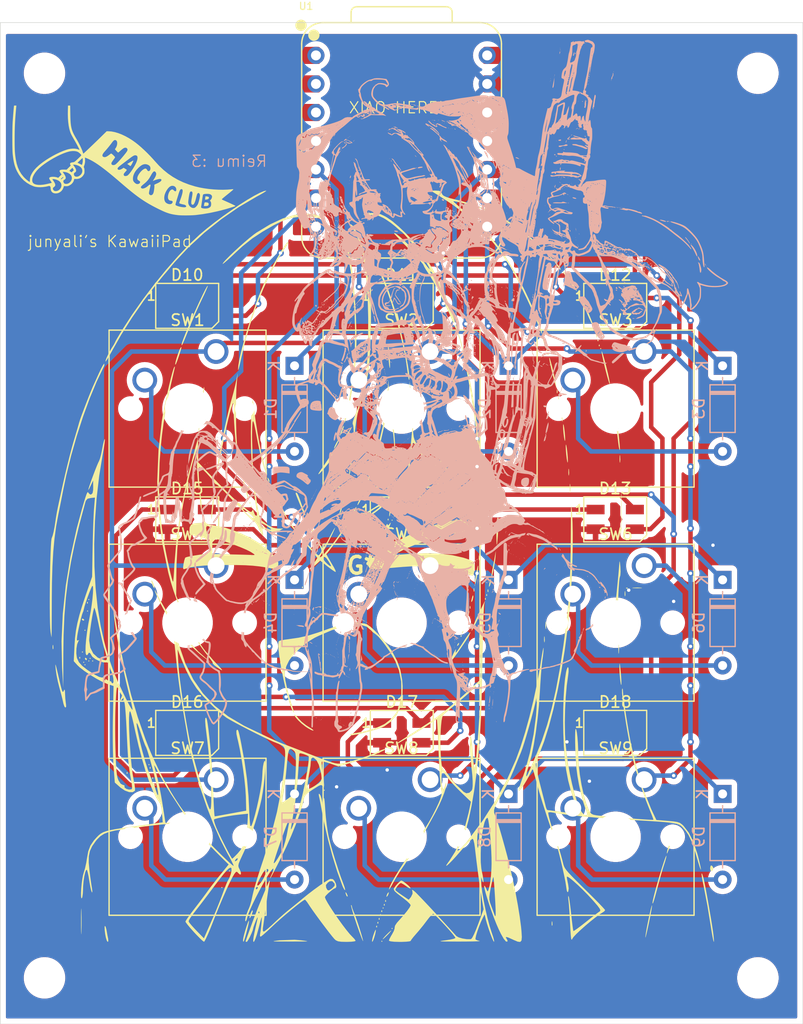
<source format=kicad_pcb>
(kicad_pcb (version 20240108) (generator "pcbnew") (generator_version "8.0")
  (title_block (title "KawaiiPad"))
  (layers (0 "F.Cu" signal) (31 "B.Cu" signal) (34 "B.Paste" user) (35 "F.Paste" user) (36 "B.SilkS" user "B.Silkscreen") (37 "F.SilkS" user "F.Silkscreen") (38 "B.Mask" user) (39 "F.Mask" user) (44 "Edge.Cuts" user))
  (net 0 "")
  (net 1 "Net-(D1-A)")
  (net 2 "Row 0")
  (net 3 "Net-(D2-A)")
  (net 4 "Net-(D3-A)")
  (net 5 "Net-(D4-A)")
  (net 6 "Row 1")
  (net 7 "Net-(D5-A)")
  (net 8 "Net-(D6-A)")
  (net 9 "Net-(D7-A)")
  (net 10 "Row 2")
  (net 11 "Net-(D8-A)")
  (net 12 "Net-(D9-A)")
  (net 13 "+5V")
  (net 14 "GND")
  (net 15 "LED")
  (net 16 "Net-(D10-DOUT)")
  (net 17 "Net-(D11-DOUT)")
  (net 18 "Net-(D12-DOUT)")
  (net 19 "Net-(D13-DOUT)")
  (net 20 "Net-(D15-DOUT)")
  (net 21 "Column 0")
  (net 22 "Column 1")
  (net 23 "Column 2")
  (net 34 "Net-(D14-DOUT)")
  (net 35 "Net-(D16-DOUT)")
  (net 36 "Net-(D17-DOUT)")
  (footprint "Button_Switch_Keyboard:SW_Cherry_MX_1.00u_PCB" (layer "F.Cu") (at 138.27125 116.36375)
    (property "Reference" "SW7" (at -2.54 -2.794 0) (layer "F.SilkS"))
    (property "Value" "SW_Push_45deg")
    (pad "" np_thru_hole circle (at -7.62 5.08) (size 1.7 1.7) (drill 1.7) (layers "*.Cu" "*.Mask"))
    (pad "" np_thru_hole circle (at -2.54 5.08) (size 4 4) (drill 4) (layers "*.Cu" "*.Mask"))
    (pad "" np_thru_hole circle (at 2.54 5.08) (size 1.7 1.7) (drill 1.7) (layers "*.Cu" "*.Mask"))
    (pad "1" thru_hole circle (at 0 0) (size 2.2 2.2) (drill 1.5) (layers "*.Cu" "*.Mask") (net 21 "Column 0"))
    (pad "2" thru_hole circle (at -6.35 2.54) (size 2.2 2.2) (drill 1.5) (layers "*.Cu" "*.Mask") (net 9 "Net-(D7-A)"))
  )
  (footprint "LED_SMD:LED_SK6812MINI_PLCC4_3.5x3.5mm_P1.75mm" (layer "F.Cu") (at 173.8 93.2)
    (property "Reference" "D13" (at 0 -2.75 0) (layer "F.SilkS"))
    (property "Value" "SK6812MINI")
    (fp_text user "1" (at -3.2 -0.875 0) (layer "F.SilkS") (effects (font (size 0.8 0.8))))
    (pad "1" smd rect (at -1.75 -0.875) (size 1.6 0.85) (layers "F.Cu" "F.Paste" "F.Mask") (net 19 "Net-(D13-DOUT)"))
    (pad "2" smd rect (at -1.75 0.875) (size 1.6 0.85) (layers "F.Cu" "F.Paste" "F.Mask") (net 14 "GND"))
    (pad "3" smd rect (at 1.75 0.875) (size 1.6 0.85) (layers "F.Cu" "F.Paste" "F.Mask") (net 18 "Net-(D12-DOUT)"))
    (pad "4" smd rect (at 1.75 -0.875) (size 1.6 0.85) (layers "F.Cu" "F.Paste" "F.Mask") (net 13 "+5V"))
  )
  (footprint "OPL:XIAO-RP2040-DIP" (layer "F.Cu") (at 154.78125 59.53125)
    (property "Reference" "U1" (at -8.5 -12 0) (layer "F.SilkS") (effects (font (size 0.635 0.635) (thickness 0.1016))))
    (property "Value" "XIAO-RP2040-DIP")
    (pad "1" smd roundrect (at -8.455 -7.62 180) (size 2.432 1.524) (layers "F.Cu" "F.Mask") (roundrect_rratio 0.1))
    (pad "1" thru_hole circle (at -7.62 -7.62 180) (size 1.524 1.524) (drill 0.889) (layers "*.Cu" "*.Mask"))
    (pad "2" smd roundrect (at -8.455 -5.08 180) (size 2.432 1.524) (layers "F.Cu" "F.Mask") (roundrect_rratio 0.1))
    (pad "2" thru_hole circle (at -7.62 -5.08 180) (size 1.524 1.524) (drill 0.889) (layers "*.Cu" "*.Mask"))
    (pad "3" smd roundrect (at -8.455 -2.54 180) (size 2.432 1.524) (layers "F.Cu" "F.Mask") (roundrect_rratio 0.1))
    (pad "3" thru_hole circle (at -7.62 -2.54 180) (size 1.524 1.524) (drill 0.889) (layers "*.Cu" "*.Mask"))
    (pad "4" smd roundrect (at -8.455 0 180) (size 2.432 1.524) (layers "F.Cu" "F.Mask") (roundrect_rratio 0.1) (net 15 "LED"))
    (pad "4" thru_hole circle (at -7.62 0 180) (size 1.524 1.524) (drill 0.889) (layers "*.Cu" "*.Mask") (net 15 "LED"))
    (pad "5" smd roundrect (at -8.455 2.54 180) (size 2.432 1.524) (layers "F.Cu" "F.Mask") (roundrect_rratio 0.1) (net 2 "Row 0"))
    (pad "5" thru_hole circle (at -7.62 2.54 180) (size 1.524 1.524) (drill 0.889) (layers "*.Cu" "*.Mask") (net 2 "Row 0"))
    (pad "6" smd roundrect (at -8.455 5.08 180) (size 2.432 1.524) (layers "F.Cu" "F.Mask") (roundrect_rratio 0.1) (net 6 "Row 1"))
    (pad "6" thru_hole circle (at -7.62 5.08 180) (size 1.524 1.524) (drill 0.889) (layers "*.Cu" "*.Mask") (net 6 "Row 1"))
    (pad "7" smd roundrect (at -8.455 7.62 180) (size 2.432 1.524) (layers "F.Cu" "F.Mask") (roundrect_rratio 0.1) (net 10 "Row 2"))
    (pad "7" thru_hole circle (at -7.62 7.62 180) (size 1.524 1.524) (drill 0.889) (layers "*.Cu" "*.Mask") (net 10 "Row 2"))
    (pad "8" thru_hole circle (at 7.62 7.62) (size 1.524 1.524) (drill 0.889) (layers "*.Cu" "*.Mask") (net 23 "Column 2"))
    (pad "8" smd roundrect (at 8.455 7.62) (size 2.432 1.524) (layers "F.Cu" "F.Mask") (roundrect_rratio 0.1) (net 23 "Column 2"))
    (pad "9" thru_hole circle (at 7.62 5.08) (size 1.524 1.524) (drill 0.889) (layers "*.Cu" "*.Mask") (net 22 "Column 1"))
    (pad "9" smd roundrect (at 8.455 5.08) (size 2.432 1.524) (layers "F.Cu" "F.Mask") (roundrect_rratio 0.1) (net 22 "Column 1"))
    (pad "10" thru_hole circle (at 7.62 2.54) (size 1.524 1.524) (drill 0.889) (layers "*.Cu" "*.Mask") (net 21 "Column 0"))
    (pad "10" smd roundrect (at 8.455 2.54) (size 2.432 1.524) (layers "F.Cu" "F.Mask") (roundrect_rratio 0.1) (net 21 "Column 0"))
    (pad "11" thru_hole circle (at 7.62 0) (size 1.524 1.524) (drill 0.889) (layers "*.Cu" "*.Mask"))
    (pad "11" smd roundrect (at 8.455 0) (size 2.432 1.524) (layers "F.Cu" "F.Mask") (roundrect_rratio 0.1))
    (pad "12" thru_hole circle (at 7.62 -2.54) (size 1.524 1.524) (drill 0.889) (layers "*.Cu" "*.Mask"))
    (pad "12" smd roundrect (at 8.455 -2.54) (size 2.432 1.524) (layers "F.Cu" "F.Mask") (roundrect_rratio 0.1))
    (pad "13" thru_hole circle (at 7.62 -5.08) (size 1.524 1.524) (drill 0.889) (layers "*.Cu" "*.Mask") (net 14 "GND"))
    (pad "13" smd roundrect (at 8.455 -5.08) (size 2.432 1.524) (layers "F.Cu" "F.Mask") (roundrect_rratio 0.1) (net 14 "GND"))
    (pad "14" thru_hole circle (at 7.62 -7.62) (size 1.524 1.524) (drill 0.889) (layers "*.Cu" "*.Mask") (net 13 "+5V"))
    (pad "14" smd roundrect (at 8.455 -7.62) (size 2.432 1.524) (layers "F.Cu" "F.Mask") (roundrect_rratio 0.1) (net 13 "+5V"))
  )
  (footprint "MountingHole:MountingHole_3.2mm_M3" (layer "F.Cu") (at 186.5 134)
    (property "Reference" "REF**" (hide yes))
    (property "Value" "M3 Screw")
    (pad "" np_thru_hole circle (at 0 0) (size 3.2 3.2) (drill 3.2) (layers "*.Cu" "*.Mask"))
  )
  (footprint "Button_Switch_Keyboard:SW_Cherry_MX_1.00u_PCB" (layer "F.Cu") (at 157.32125 116.36375)
    (property "Reference" "SW8" (at -2.54 -2.794 0) (layer "F.SilkS"))
    (property "Value" "SW_Push_45deg")
    (pad "" np_thru_hole circle (at -7.62 5.08) (size 1.7 1.7) (drill 1.7) (layers "*.Cu" "*.Mask"))
    (pad "" np_thru_hole circle (at -2.54 5.08) (size 4 4) (drill 4) (layers "*.Cu" "*.Mask"))
    (pad "" np_thru_hole circle (at 2.54 5.08) (size 1.7 1.7) (drill 1.7) (layers "*.Cu" "*.Mask"))
    (pad "1" thru_hole circle (at 0 0) (size 2.2 2.2) (drill 1.5) (layers "*.Cu" "*.Mask") (net 22 "Column 1"))
    (pad "2" thru_hole circle (at -6.35 2.54) (size 2.2 2.2) (drill 1.5) (layers "*.Cu" "*.Mask") (net 11 "Net-(D8-A)"))
  )
  (footprint "LED_SMD:LED_SK6812MINI_PLCC4_3.5x3.5mm_P1.75mm" (layer "F.Cu") (at 173.8 112.2)
    (property "Reference" "D18" (at 0 -2.75 0) (layer "F.SilkS"))
    (property "Value" "SK6812MINI")
    (fp_text user "1" (at -3.2 -0.875 0) (layer "F.SilkS") (effects (font (size 0.8 0.8))))
    (pad "1" smd rect (at -1.75 -0.875) (size 1.6 0.85) (layers "F.Cu" "F.Paste" "F.Mask"))
    (pad "2" smd rect (at -1.75 0.875) (size 1.6 0.85) (layers "F.Cu" "F.Paste" "F.Mask") (net 14 "GND"))
    (pad "3" smd rect (at 1.75 0.875) (size 1.6 0.85) (layers "F.Cu" "F.Paste" "F.Mask") (net 36 "Net-(D17-DOUT)"))
    (pad "4" smd rect (at 1.75 -0.875) (size 1.6 0.85) (layers "F.Cu" "F.Paste" "F.Mask") (net 13 "+5V"))
  )
  (footprint "LED_SMD:LED_SK6812MINI_PLCC4_3.5x3.5mm_P1.75mm" (layer "F.Cu") (at 135.7 93.2)
    (property "Reference" "D15" (at 0 -2.75 0) (layer "F.SilkS"))
    (property "Value" "SK6812MINI")
    (fp_text user "1" (at -3.2 -0.875 0) (layer "F.SilkS") (effects (font (size 0.8 0.8))))
    (pad "1" smd rect (at -1.75 -0.875) (size 1.6 0.85) (layers "F.Cu" "F.Paste" "F.Mask") (net 20 "Net-(D15-DOUT)"))
    (pad "2" smd rect (at -1.75 0.875) (size 1.6 0.85) (layers "F.Cu" "F.Paste" "F.Mask") (net 14 "GND"))
    (pad "3" smd rect (at 1.75 0.875) (size 1.6 0.85) (layers "F.Cu" "F.Paste" "F.Mask") (net 34 "Net-(D14-DOUT)"))
    (pad "4" smd rect (at 1.75 -0.875) (size 1.6 0.85) (layers "F.Cu" "F.Paste" "F.Mask") (net 13 "+5V"))
  )
  (footprint "LED_SMD:LED_SK6812MINI_PLCC4_3.5x3.5mm_P1.75mm" (layer "F.Cu") (at 135.7 112.2)
    (property "Reference" "D16" (at 0 -2.75 0) (layer "F.SilkS"))
    (property "Value" "SK6812MINI")
    (fp_text user "1" (at -3.2 -0.875 0) (layer "F.SilkS") (effects (font (size 0.8 0.8))))
    (pad "1" smd rect (at -1.75 -0.875) (size 1.6 0.85) (layers "F.Cu" "F.Paste" "F.Mask") (net 35 "Net-(D16-DOUT)"))
    (pad "2" smd rect (at -1.75 0.875) (size 1.6 0.85) (layers "F.Cu" "F.Paste" "F.Mask") (net 14 "GND"))
    (pad "3" smd rect (at 1.75 0.875) (size 1.6 0.85) (layers "F.Cu" "F.Paste" "F.Mask") (net 20 "Net-(D15-DOUT)"))
    (pad "4" smd rect (at 1.75 -0.875) (size 1.6 0.85) (layers "F.Cu" "F.Paste" "F.Mask") (net 13 "+5V"))
  )
  (footprint "LED_SMD:LED_SK6812MINI_PLCC4_3.5x3.5mm_P1.75mm" (layer "F.Cu") (at 173.8 74.2)
    (property "Reference" "D12" (at 0 -2.75 0) (layer "F.SilkS"))
    (property "Value" "SK6812MINI")
    (fp_text user "1" (at -3.2 -0.875 0) (layer "F.SilkS") (effects (font (size 0.8 0.8))))
    (pad "1" smd rect (at -1.75 -0.875) (size 1.6 0.85) (layers "F.Cu" "F.Paste" "F.Mask") (net 18 "Net-(D12-DOUT)"))
    (pad "2" smd rect (at -1.75 0.875) (size 1.6 0.85) (layers "F.Cu" "F.Paste" "F.Mask") (net 14 "GND"))
    (pad "3" smd rect (at 1.75 0.875) (size 1.6 0.85) (layers "F.Cu" "F.Paste" "F.Mask") (net 17 "Net-(D11-DOUT)"))
    (pad "4" smd rect (at 1.75 -0.875) (size 1.6 0.85) (layers "F.Cu" "F.Paste" "F.Mask") (net 13 "+5V"))
  )
  (footprint "MountingHole:MountingHole_3.2mm_M3" (layer "F.Cu") (at 186.5 53.5)
    (property "Reference" "REF**" (hide yes))
    (property "Value" "M3 Screw")
    (pad "" np_thru_hole circle (at 0 0) (size 3.2 3.2) (drill 3.2) (layers "*.Cu" "*.Mask"))
  )
  (footprint "Button_Switch_Keyboard:SW_Cherry_MX_1.00u_PCB" (layer "F.Cu") (at 176.37125 78.26375)
    (property "Reference" "SW3" (at -2.54 -2.794 0) (layer "F.SilkS"))
    (property "Value" "SW_Push_45deg")
    (pad "" np_thru_hole circle (at -7.62 5.08) (size 1.7 1.7) (drill 1.7) (layers "*.Cu" "*.Mask"))
    (pad "" np_thru_hole circle (at -2.54 5.08) (size 4 4) (drill 4) (layers "*.Cu" "*.Mask"))
    (pad "" np_thru_hole circle (at 2.54 5.08) (size 1.7 1.7) (drill 1.7) (layers "*.Cu" "*.Mask"))
    (pad "1" thru_hole circle (at 0 0) (size 2.2 2.2) (drill 1.5) (layers "*.Cu" "*.Mask") (net 23 "Column 2"))
    (pad "2" thru_hole circle (at -6.35 2.54) (size 2.2 2.2) (drill 1.5) (layers "*.Cu" "*.Mask") (net 4 "Net-(D3-A)"))
  )
  (footprint "Button_Switch_Keyboard:SW_Cherry_MX_1.00u_PCB" (layer "F.Cu") (at 176.37125 97.31375)
    (property "Reference" "SW6" (at -2.54 -2.794 0) (layer "F.SilkS"))
    (property "Value" "SW_Push_45deg")
    (pad "" np_thru_hole circle (at -7.62 5.08) (size 1.7 1.7) (drill 1.7) (layers "*.Cu" "*.Mask"))
    (pad "" np_thru_hole circle (at -2.54 5.08) (size 4 4) (drill 4) (layers "*.Cu" "*.Mask"))
    (pad "" np_thru_hole circle (at 2.54 5.08) (size 1.7 1.7) (drill 1.7) (layers "*.Cu" "*.Mask"))
    (pad "1" thru_hole circle (at 0 0) (size 2.2 2.2) (drill 1.5) (layers "*.Cu" "*.Mask") (net 23 "Column 2"))
    (pad "2" thru_hole circle (at -6.35 2.54) (size 2.2 2.2) (drill 1.5) (layers "*.Cu" "*.Mask") (net 8 "Net-(D6-A)"))
  )
  (footprint "LED_SMD:LED_SK6812MINI_PLCC4_3.5x3.5mm_P1.75mm" (layer "F.Cu") (at 135.7 74.2)
    (property "Reference" "D10" (at 0 -2.75 0) (layer "F.SilkS"))
    (property "Value" "SK6812MINI")
    (fp_text user "1" (at -3.2 -0.875 0) (layer "F.SilkS") (effects (font (size 0.8 0.8))))
    (pad "1" smd rect (at -1.75 -0.875) (size 1.6 0.85) (layers "F.Cu" "F.Paste" "F.Mask") (net 16 "Net-(D10-DOUT)"))
    (pad "2" smd rect (at -1.75 0.875) (size 1.6 0.85) (layers "F.Cu" "F.Paste" "F.Mask") (net 14 "GND"))
    (pad "3" smd rect (at 1.75 0.875) (size 1.6 0.85) (layers "F.Cu" "F.Paste" "F.Mask") (net 15 "LED"))
    (pad "4" smd rect (at 1.75 -0.875) (size 1.6 0.85) (layers "F.Cu" "F.Paste" "F.Mask") (net 13 "+5V"))
  )
  (footprint "Button_Switch_Keyboard:SW_Cherry_MX_1.00u_PCB" (layer "F.Cu") (at 138.27125 97.31375)
    (property "Reference" "SW4" (at -2.54 -2.794 0) (layer "F.SilkS"))
    (property "Value" "SW_Push_45deg")
    (pad "" np_thru_hole circle (at -7.62 5.08) (size 1.7 1.7) (drill 1.7) (layers "*.Cu" "*.Mask"))
    (pad "" np_thru_hole circle (at -2.54 5.08) (size 4 4) (drill 4) (layers "*.Cu" "*.Mask"))
    (pad "" np_thru_hole circle (at 2.54 5.08) (size 1.7 1.7) (drill 1.7) (layers "*.Cu" "*.Mask"))
    (pad "1" thru_hole circle (at 0 0) (size 2.2 2.2) (drill 1.5) (layers "*.Cu" "*.Mask") (net 21 "Column 0"))
    (pad "2" thru_hole circle (at -6.35 2.54) (size 2.2 2.2) (drill 1.5) (layers "*.Cu" "*.Mask") (net 5 "Net-(D4-A)"))
  )
  (footprint "MountingHole:MountingHole_3.2mm_M3" (layer "F.Cu") (at 123 134)
    (property "Reference" "REF**" (hide yes))
    (property "Value" "M3 Screw")
    (pad "" np_thru_hole circle (at 0 0) (size 3.2 3.2) (drill 3.2) (layers "*.Cu" "*.Mask"))
  )
  (footprint "LOGO" (layer "F.Cu") (at 152.4 97.31375)
    (property "Reference" "G***" (at 0 0 0) (layer "F.SilkS") (effects (font (size 1.5 1.5) (thickness 0.3))))
    (property "Value" "LOGO" (hide yes))
  )
  (footprint "Button_Switch_Keyboard:SW_Cherry_MX_1.00u_PCB" (layer "F.Cu") (at 157.32125 78.26375)
    (property "Reference" "SW2" (at -2.54 -2.794 0) (layer "F.SilkS"))
    (property "Value" "SW_Push_45deg")
    (pad "" np_thru_hole circle (at -7.62 5.08) (size 1.7 1.7) (drill 1.7) (layers "*.Cu" "*.Mask"))
    (pad "" np_thru_hole circle (at -2.54 5.08) (size 4 4) (drill 4) (layers "*.Cu" "*.Mask"))
    (pad "" np_thru_hole circle (at 2.54 5.08) (size 1.7 1.7) (drill 1.7) (layers "*.Cu" "*.Mask"))
    (pad "1" thru_hole circle (at 0 0) (size 2.2 2.2) (drill 1.5) (layers "*.Cu" "*.Mask") (net 22 "Column 1"))
    (pad "2" thru_hole circle (at -6.35 2.54) (size 2.2 2.2) (drill 1.5) (layers "*.Cu" "*.Mask") (net 3 "Net-(D2-A)"))
  )
  (footprint "Button_Switch_Keyboard:SW_Cherry_MX_1.00u_PCB" (layer "F.Cu") (at 176.37125 116.36375)
    (property "Reference" "SW9" (at -2.54 -2.794 0) (layer "F.SilkS"))
    (property "Value" "SW_Push_45deg")
    (pad "" np_thru_hole circle (at -7.62 5.08) (size 1.7 1.7) (drill 1.7) (layers "*.Cu" "*.Mask"))
    (pad "" np_thru_hole circle (at -2.54 5.08) (size 4 4) (drill 4) (layers "*.Cu" "*.Mask"))
    (pad "" np_thru_hole circle (at 2.54 5.08) (size 1.7 1.7) (drill 1.7) (layers "*.Cu" "*.Mask"))
    (pad "1" thru_hole circle (at 0 0) (size 2.2 2.2) (drill 1.5) (layers "*.Cu" "*.Mask") (net 23 "Column 2"))
    (pad "2" thru_hole circle (at -6.35 2.54) (size 2.2 2.2) (drill 1.5) (layers "*.Cu" "*.Mask") (net 12 "Net-(D9-A)"))
  )
  (footprint "MountingHole:MountingHole_3.2mm_M3" (layer "F.Cu") (at 123 53.5)
    (property "Reference" "REF**" (hide yes))
    (property "Value" "M3 Screw")
    (pad "" np_thru_hole circle (at 0 0) (size 3.2 3.2) (drill 3.2) (layers "*.Cu" "*.Mask"))
  )
  (footprint "LED_SMD:LED_SK6812MINI_PLCC4_3.5x3.5mm_P1.75mm" (layer "F.Cu") (at 154.8 112.2)
    (property "Reference" "D17" (at 0 -2.75 0) (layer "F.SilkS"))
    (property "Value" "SK6812MINI")
    (fp_text user "1" (at -3.2 -0.875 0) (layer "F.SilkS") (effects (font (size 0.8 0.8))))
    (pad "1" smd rect (at -1.75 -0.875) (size 1.6 0.85) (layers "F.Cu" "F.Paste" "F.Mask") (net 36 "Net-(D17-DOUT)"))
    (pad "2" smd rect (at -1.75 0.875) (size 1.6 0.85) (layers "F.Cu" "F.Paste" "F.Mask") (net 14 "GND"))
    (pad "3" smd rect (at 1.75 0.875) (size 1.6 0.85) (layers "F.Cu" "F.Paste" "F.Mask") (net 35 "Net-(D16-DOUT)"))
    (pad "4" smd rect (at 1.75 -0.875) (size 1.6 0.85) (layers "F.Cu" "F.Paste" "F.Mask") (net 13 "+5V"))
  )
  (footprint "Button_Switch_Keyboard:SW_Cherry_MX_1.00u_PCB" (layer "F.Cu") (at 138.27125 78.26375)
    (property "Reference" "SW1" (at -2.54 -2.794 0) (layer "F.SilkS"))
    (property "Value" "SW_Push_45deg")
    (pad "" np_thru_hole circle (at -7.62 5.08) (size 1.7 1.7) (drill 1.7) (layers "*.Cu" "*.Mask"))
    (pad "" np_thru_hole circle (at -2.54 5.08) (size 4 4) (drill 4) (layers "*.Cu" "*.Mask"))
    (pad "" np_thru_hole circle (at 2.54 5.08) (size 1.7 1.7) (drill 1.7) (layers "*.Cu" "*.Mask"))
    (pad "1" thru_hole circle (at 0 0) (size 2.2 2.2) (drill 1.5) (layers "*.Cu" "*.Mask") (net 21 "Column 0"))
    (pad "2" thru_hole circle (at -6.35 2.54) (size 2.2 2.2) (drill 1.5) (layers "*.Cu" "*.Mask") (net 1 "Net-(D1-A)"))
  )
  (footprint "LED_SMD:LED_SK6812MINI_PLCC4_3.5x3.5mm_P1.75mm" (layer "F.Cu") (at 154.8 74.2)
    (property "Reference" "D11" (at 0 -2.75 0) (layer "F.SilkS"))
    (property "Value" "SK6812MINI")
    (fp_text user "1" (at -3.2 -0.875 0) (layer "F.SilkS") (effects (font (size 0.8 0.8))))
    (pad "1" smd rect (at -1.75 -0.875) (size 1.6 0.85) (layers "F.Cu" "F.Paste" "F.Mask") (net 17 "Net-(D11-DOUT)"))
    (pad "2" smd rect (at -1.75 0.875) (size 1.6 0.85) (layers "F.Cu" "F.Paste" "F.Mask") (net 14 "GND"))
    (pad "3" smd rect (at 1.75 0.875) (size 1.6 0.85) (layers "F.Cu" "F.Paste" "F.Mask") (net 16 "Net-(D10-DOUT)"))
    (pad "4" smd rect (at 1.75 -0.875) (size 1.6 0.85) (layers "F.Cu" "F.Paste" "F.Mask") (net 13 "+5V"))
  )
  (footprint "Button_Switch_Keyboard:SW_Cherry_MX_1.00u_PCB" (layer "F.Cu") (at 157.32125 97.31375)
    (property "Reference" "SW5" (at -2.54 -2.794 0) (layer "F.SilkS"))
    (property "Value" "SW_Push_45deg")
    (pad "" np_thru_hole circle (at -7.62 5.08) (size 1.7 1.7) (drill 1.7) (layers "*.Cu" "*.Mask"))
    (pad "" np_thru_hole circle (at -2.54 5.08) (size 4 4) (drill 4) (layers "*.Cu" "*.Mask"))
    (pad "" np_thru_hole circle (at 2.54 5.08) (size 1.7 1.7) (drill 1.7) (layers "*.Cu" "*.Mask"))
    (pad "1" thru_hole circle (at 0 0) (size 2.2 2.2) (drill 1.5) (layers "*.Cu" "*.Mask") (net 22 "Column 1"))
    (pad "2" thru_hole circle (at -6.35 2.54) (size 2.2 2.2) (drill 1.5) (layers "*.Cu" "*.Mask") (net 7 "Net-(D5-A)"))
  )
  (footprint "LOGO" (layer "F.Cu") (at 130 62)
    (property "Reference" "G***" (hide yes))
    (property "Value" "LOGO" (hide yes))
  )
  (footprint "LED_SMD:LED_SK6812MINI_PLCC4_3.5x3.5mm_P1.75mm" (layer "F.Cu") (at 154.8 93.2)
    (property "Reference" "D14" (at 0 -2.75 0) (layer "F.SilkS"))
    (property "Value" "SK6812MINI")
    (fp_text user "1" (at -3.2 -0.875 0) (layer "F.SilkS") (effects (font (size 0.8 0.8))))
    (pad "1" smd rect (at -1.75 -0.875) (size 1.6 0.85) (layers "F.Cu" "F.Paste" "F.Mask") (net 34 "Net-(D14-DOUT)"))
    (pad "2" smd rect (at -1.75 0.875) (size 1.6 0.85) (layers "F.Cu" "F.Paste" "F.Mask") (net 14 "GND"))
    (pad "3" smd rect (at 1.75 0.875) (size 1.6 0.85) (layers "F.Cu" "F.Paste" "F.Mask") (net 19 "Net-(D13-DOUT)"))
    (pad "4" smd rect (at 1.75 -0.875) (size 1.6 0.85) (layers "F.Cu" "F.Paste" "F.Mask") (net 13 "+5V"))
  )
  (footprint "Diode_THT:D_DO-35_SOD27_P7.62mm_Horizontal" (layer "B.Cu") (at 183.35625 117.63375 -90)
    (property "Reference" "D9" (at 3.81 2.12 90) (layer "B.SilkS") (effects (justify mirror)))
    (property "Value" "1N4148")
    (fp_text user "K" (at 0 1.8 90) (layer "B.SilkS") (effects (justify mirror)))
    (pad "1" thru_hole rect (at 0 0 270) (size 1.6 1.6) (drill 0.8) (layers "*.Cu" "*.Mask") (net 10 "Row 2"))
    (pad "2" thru_hole oval (at 7.62 0 270) (size 1.6 1.6) (drill 0.8) (layers "*.Cu" "*.Mask") (net 12 "Net-(D9-A)"))
  )
  (footprint "Diode_THT:D_DO-35_SOD27_P7.62mm_Horizontal" (layer "B.Cu") (at 164.30625 98.58375 -90)
    (property "Reference" "D5" (at 3.81 2.12 90) (layer "B.SilkS") (effects (justify mirror)))
    (property "Value" "1N4148")
    (fp_text user "K" (at 0 1.8 90) (layer "B.SilkS") (effects (justify mirror)))
    (pad "1" thru_hole rect (at 0 0 270) (size 1.6 1.6) (drill 0.8) (layers "*.Cu" "*.Mask") (net 6 "Row 1"))
    (pad "2" thru_hole oval (at 7.62 0 270) (size 1.6 1.6) (drill 0.8) (layers "*.Cu" "*.Mask") (net 7 "Net-(D5-A)"))
  )
  (footprint "Diode_THT:D_DO-35_SOD27_P7.62mm_Horizontal" (layer "B.Cu") (at 145.25625 79.53375 -90)
    (property "Reference" "D1" (at 3.81 2.12 90) (layer "B.SilkS") (effects (justify mirror)))
    (property "Value" "1N4148")
    (fp_text user "K" (at 0 1.8 90) (layer "B.SilkS") (effects (justify mirror)))
    (pad "1" thru_hole rect (at 0 0 270) (size 1.6 1.6) (drill 0.8) (layers "*.Cu" "*.Mask") (net 2 "Row 0"))
    (pad "2" thru_hole oval (at 7.62 0 270) (size 1.6 1.6) (drill 0.8) (layers "*.Cu" "*.Mask") (net 1 "Net-(D1-A)"))
  )
  (footprint "Diode_THT:D_DO-35_SOD27_P7.62mm_Horizontal" (layer "B.Cu") (at 145.25625 98.58375 -90)
    (property "Reference" "D4" (at 3.81 2.12 90) (layer "B.SilkS") (effects (justify mirror)))
    (property "Value" "1N4148")
    (fp_text user "K" (at 0 1.8 90) (layer "B.SilkS") (effects (justify mirror)))
    (pad "1" thru_hole rect (at 0 0 270) (size 1.6 1.6) (drill 0.8) (layers "*.Cu" "*.Mask") (net 6 "Row 1"))
    (pad "2" thru_hole oval (at 7.62 0 270) (size 1.6 1.6) (drill 0.8) (layers "*.Cu" "*.Mask") (net 5 "Net-(D4-A)"))
  )
  (footprint "Diode_THT:D_DO-35_SOD27_P7.62mm_Horizontal" (layer "B.Cu") (at 145.25625 117.63375 -90)
    (property "Reference" "D7" (at 3.81 2.12 90) (layer "B.SilkS") (effects (justify mirror)))
    (property "Value" "1N4148")
    (fp_text user "K" (at 0 1.8 90) (layer "B.SilkS") (effects (justify mirror)))
    (pad "1" thru_hole rect (at 0 0 270) (size 1.6 1.6) (drill 0.8) (layers "*.Cu" "*.Mask") (net 10 "Row 2"))
    (pad "2" thru_hole oval (at 7.62 0 270) (size 1.6 1.6) (drill 0.8) (layers "*.Cu" "*.Mask") (net 9 "Net-(D7-A)"))
  )
  (footprint "Diode_THT:D_DO-35_SOD27_P7.62mm_Horizontal" (layer "B.Cu") (at 183.35625 79.53375 -90)
    (property "Reference" "D3" (at 3.81 2.12 90) (layer "B.SilkS") (effects (justify mirror)))
    (property "Value" "1N4148")
    (fp_text user "K" (at 0 1.8 90) (layer "B.SilkS") (effects (justify mirror)))
    (pad "1" thru_hole rect (at 0 0 270) (size 1.6 1.6) (drill 0.8) (layers "*.Cu" "*.Mask") (net 2 "Row 0"))
    (pad "2" thru_hole oval (at 7.62 0 270) (size 1.6 1.6) (drill 0.8) (layers "*.Cu" "*.Mask") (net 4 "Net-(D3-A)"))
  )
  (footprint "LOGO" (layer "B.Cu") (at 154.78125 80.9625 180)
    (property "Reference" "G***" (hide yes))
    (property "Value" "LOGO" (hide yes))
  )
  (footprint "Diode_THT:D_DO-35_SOD27_P7.62mm_Horizontal" (layer "B.Cu") (at 183.35625 98.58375 -90)
    (property "Reference" "D6" (at 3.81 2.12 90) (layer "B.SilkS") (effects (justify mirror)))
    (property "Value" "1N4148")
    (fp_text user "K" (at 0 1.8 90) (layer "B.SilkS") (effects (justify mirror)))
    (pad "1" thru_hole rect (at 0 0 270) (size 1.6 1.6) (drill 0.8) (layers "*.Cu" "*.Mask") (net 6 "Row 1"))
    (pad "2" thru_hole oval (at 7.62 0 270) (size 1.6 1.6) (drill 0.8) (layers "*.Cu" "*.Mask") (net 8 "Net-(D6-A)"))
  )
  (footprint "Diode_THT:D_DO-35_SOD27_P7.62mm_Horizontal" (layer "B.Cu") (at 164.30625 117.63375 -90)
    (property "Reference" "D8" (at 3.81 2.12 90) (layer "B.SilkS") (effects (justify mirror)))
    (property "Value" "1N4148")
    (fp_text user "K" (at 0 1.8 90) (layer "B.SilkS") (effects (justify mirror)))
    (pad "1" thru_hole rect (at 0 0 270) (size 1.6 1.6) (drill 0.8) (layers "*.Cu" "*.Mask") (net 10 "Row 2"))
    (pad "2" thru_hole oval (at 7.62 0 270) (size 1.6 1.6) (drill 0.8) (layers "*.Cu" "*.Mask") (net 11 "Net-(D8-A)"))
  )
  (footprint "Diode_THT:D_DO-35_SOD27_P7.62mm_Horizontal" (layer "B.Cu") (at 164.30625 79.53375 -90)
    (property "Reference" "D2" (at 3.81 2.12 90) (layer "B.SilkS") (effects (justify mirror)))
    (property "Value" "1N4148")
    (fp_text user "K" (at 0 1.8 90) (layer "B.SilkS") (effects (justify mirror)))
    (pad "1" thru_hole rect (at 0 0 270) (size 1.6 1.6) (drill 0.8) (layers "*.Cu" "*.Mask") (net 2 "Row 0"))
    (pad "2" thru_hole oval (at 7.62 0 270) (size 1.6 1.6) (drill 0.8) (layers "*.Cu" "*.Mask") (net 3 "Net-(D2-A)"))
  )
  (gr_rect (start 119.0625 48.99) (end 190.5 138.1125) (stroke (width 0.05)) (fill none) (layer "Edge.Cuts"))
  (gr_text "Reimu :3" (at 142.875 61.9125 0) (layer "B.SilkS") (effects (font (size 1 1) (thickness 0.1)) (justify left bottom mirror)))
  (gr_text "XIAO HERE!" (at 150.01875 57.15 0) (layer "F.SilkS") (effects (font (size 1 1) (thickness 0.1)) (justify left bottom)))
  (gr_text "junyali's KawaiiPad" (at 121.44375 69.05625 0) (layer "F.SilkS") (effects (font (size 1 1) (thickness 0.1)) (justify left bottom)))
  (segment (start 131.92125 80.80375) (end 132.5 81.3825) (width 0.4) (layer "B.Cu") (net 1))
  (segment (start 132.5 81.3825) (end 132.5 86) (width 0.4) (layer "B.Cu") (net 1))
  (segment (start 133.65375 87.15375) (end 145.25625 87.15375) (width 0.4) (layer "B.Cu") (net 1))
  (segment (start 132.5 86) (end 133.65375 87.15375) (width 0.4) (layer "B.Cu") (net 1))
  (segment (start 145.25625 79.53375) (end 145.25625 79.24375) (width 0.4) (layer "B.Cu") (net 2))
  (segment (start 161.2725 76.5) (end 164.30625 79.53375) (width 0.4) (layer "B.Cu") (net 2))
  (segment (start 167.34 76.5) (end 180.3225 76.5) (width 0.4) (layer "B.Cu") (net 2))
  (segment (start 147.16125 62.07125) (end 149 63.91) (width 0.4) (layer "B.Cu") (net 2))
  (segment (start 164.30625 79.53375) (end 167.34 76.5) (width 0.4) (layer "B.Cu") (net 2))
  (segment (start 149 76.5) (end 161.2725 76.5) (width 0.4) (layer "B.Cu") (net 2))
  (segment (start 148 76.5) (end 149 76.5) (width 0.4) (layer "B.Cu") (net 2))
  (segment (start 145.25625 79.24375) (end 148 76.5) (width 0.4) (layer "B.Cu") (net 2))
  (segment (start 180.3225 76.5) (end 183.35625 79.53375) (width 0.4) (layer "B.Cu") (net 2))
  (segment (start 149 63.91) (end 149 76.5) (width 0.4) (layer "B.Cu") (net 2))
  (segment (start 152.65375 87.15375) (end 164.30625 87.15375) (width 0.4) (layer "B.Cu") (net 3))
  (segment (start 151.5 86) (end 152.65375 87.15375) (width 0.4) (layer "B.Cu") (net 3))
  (segment (start 151.5 81.3325) (end 151.5 86) (width 0.4) (layer "B.Cu") (net 3))
  (segment (start 150.97125 80.80375) (end 151.5 81.3325) (width 0.4) (layer "B.Cu") (net 3))
  (segment (start 171.65375 87.15375) (end 183.35625 87.15375) (width 0.4) (layer "B.Cu") (net 4))
  (segment (start 170.02125 80.80375) (end 170.5 81.2825) (width 0.4) (layer "B.Cu") (net 4))
  (segment (start 170.5 81.2825) (end 170.5 86) (width 0.4) (layer "B.Cu") (net 4))
  (segment (start 170.5 86) (end 171.65375 87.15375) (width 0.4) (layer "B.Cu") (net 4))
  (segment (start 133.70375 106.20375) (end 145.25625 106.20375) (width 0.4) (layer "B.Cu") (net 5))
  (segment (start 132.5 100.4325) (end 132.5 105) (width 0.4) (layer "B.Cu") (net 5))
  (segment (start 132.5 105) (end 133.70375 106.20375) (width 0.4) (layer "B.Cu") (net 5))
  (segment (start 131.92125 99.85375) (end 132.5 100.4325) (width 0.4) (layer "B.Cu") (net 5))
  (segment (start 143.5 93) (end 145 93) (width 0.4) (layer "F.Cu") (net 6))
  (segment (start 139 88.5) (end 143.5 93) (width 0.4) (layer "F.Cu") (net 6))
  (segment (start 139 86) (end 139 88.5) (width 0.4) (layer "F.Cu") (net 6))
  (via (at 145 93) (size 0.6) (drill 0.3) (layers "F.Cu" "B.Cu") (net 6))
  (via (at 139 86) (size 0.6) (drill 0.3) (layers "F.Cu" "B.Cu") (net 6))
  (segment (start 161.2225 95.5) (end 164.30625 98.58375) (width 0.4) (layer "B.Cu") (net 6))
  (segment (start 146.5 97) (end 148 95.5) (width 0.4) (layer "B.Cu") (net 6))
  (segment (start 140.5 71.2725) (end 140.5 80) (width 0.4) (layer "B.Cu") (net 6))
  (segment (start 146.5 94.5) (end 146.5 97) (width 0.4) (layer "B.Cu") (net 6))
  (segment (start 164.41625 98.58375) (end 167.5 95.5) (width 0.4) (layer "B.Cu") (net 6))
  (segment (start 167.5 95.5) (end 180.2725 95.5) (width 0.4) (layer "B.Cu") (net 6))
  (segment (start 164.30625 98.58375) (end 164.41625 98.58375) (width 0.4) (layer "B.Cu") (net 6))
  (segment (start 140.5 80) (end 139 81.5) (width 0.4) (layer "B.Cu") (net 6))
  (segment (start 145.25625 98.58375) (end 145.25625 98.24375) (width 0.4) (layer "B.Cu") (net 6))
  (segment (start 148 95.5) (end 161.2225 95.5) (width 0.4) (layer "B.Cu") (net 6))
  (segment (start 139 81.5) (end 139 86) (width 0.4) (layer "B.Cu") (net 6))
  (segment (start 145.25625 98.24375) (end 146.5 97) (width 0.4) (layer "B.Cu") (net 6))
  (segment (start 145 93) (end 146.5 94.5) (width 0.4) (layer "B.Cu") (net 6))
  (segment (start 180.2725 95.5) (end 183.35625 98.58375) (width 0.4) (layer "B.Cu") (net 6))
  (segment (start 147.16125 64.61125) (end 140.5 71.2725) (width 0.4) (layer "B.Cu") (net 6))
  (segment (start 151.5 105) (end 152.70375 106.20375) (width 0.4) (layer "B.Cu") (net 7))
  (segment (start 150.97125 99.85375) (end 151.5 100.3825) (width 0.4) (layer "B.Cu") (net 7))
  (segment (start 152.70375 106.20375) (end 164.30625 106.20375) (width 0.4) (layer "B.Cu") (net 7))
  (segment (start 151.5 100.3825) (end 151.5 105) (width 0.4) (layer "B.Cu") (net 7))
  (segment (start 170.5 100.3325) (end 170.5 105) (width 0.4) (layer "B.Cu") (net 8))
  (segment (start 171.70375 106.20375) (end 183.35625 106.20375) (width 0.4) (layer "B.Cu") (net 8))
  (segment (start 170.5 105) (end 171.70375 106.20375) (width 0.4) (layer "B.Cu") (net 8))
  (segment (start 170.02125 99.85375) (end 170.5 100.3325) (width 0.4) (layer "B.Cu") (net 8))
  (segment (start 131.92125 118.90375) (end 132.5 119.4825) (width 0.4) (layer "B.Cu") (net 9))
  (segment (start 132.5 119.4825) (end 132.5 124) (width 0.4) (layer "B.Cu") (net 9))
  (segment (start 132.5 124) (end 133.75375 125.25375) (width 0.4) (layer "B.Cu") (net 9))
  (segment (start 133.75375 125.25375) (end 145.25625 125.25375) (width 0.4) (layer "B.Cu") (net 9))
  (segment (start 143 104.5) (end 143 108) (width 0.4) (layer "F.Cu") (net 10))
  (segment (start 143 86) (end 143 88.5) (width 0.4) (layer "F.Cu") (net 10))
  (via (at 143 86) (size 0.6) (drill 0.3) (layers "F.Cu" "B.Cu") (net 10))
  (via (at 143 104.5) (size 0.6) (drill 0.3) (layers "F.Cu" "B.Cu") (net 10))
  (via (at 143 88.5) (size 0.6) (drill 0.3) (layers "F.Cu" "B.Cu") (net 10))
  (via (at 143 108) (size 0.6) (drill 0.3) (layers "F.Cu" "B.Cu") (net 10))
  (segment (start 143 88.5) (end 143 104.5) (width 0.4) (layer "B.Cu") (net 10))
  (segment (start 143 78.5) (end 143 86) (width 0.4) (layer "B.Cu") (net 10))
  (segment (start 143 112) (end 145.5 114.5) (width 0.4) (layer "B.Cu") (net 10))
  (segment (start 180.2225 114.5) (end 183.35625 117.63375) (width 0.4) (layer "B.Cu") (net 10))
  (segment (start 161.1725 114.5) (end 164.30625 117.63375) (width 0.4) (layer "B.Cu") (net 10))
  (segment (start 147.16125 74.33875) (end 143 78.5) (width 0.4) (layer "B.Cu") (net 10))
  (segment (start 145.5 114.5) (end 148.5 114.5) (width 0.4) (layer "B.Cu") (net 10))
  (segment (start 148.5 114.5) (end 161.1725 114.5) (width 0.4) (layer "B.Cu") (net 10))
  (segment (start 143 108) (end 143 112) (width 0.4) (layer "B.Cu") (net 10))
  (segment (start 147.16125 67.15125) (end 147.16125 74.33875) (width 0.4) (layer "B.Cu") (net 10))
  (segment (start 164.30625 117.63375) (end 167.44 114.5) (width 0.4) (layer "B.Cu") (net 10))
  (segment (start 145.25625 117.63375) (end 145.36625 117.63375) (width 0.4) (layer "B.Cu") (net 10))
  (segment (start 145.36625 117.63375) (end 148.5 114.5) (width 0.4) (layer "B.Cu") (net 10))
  (segment (start 167.44 114.5) (end 180.2225 114.5) (width 0.4) (layer "B.Cu") (net 10))
  (segment (start 151.5 124) (end 152.75375 125.25375) (width 0.4) (layer "B.Cu") (net 11))
  (segment (start 152.75375 125.25375) (end 164.30625 125.25375) (width 0.4) (layer "B.Cu") (net 11))
  (segment (start 150.97125 118.90375) (end 151.5 119.4325) (width 0.4) (layer "B.Cu") (net 11))
  (segment (start 151.5 119.4325) (end 151.5 124) (width 0.4) (layer "B.Cu") (net 11))
  (segment (start 170.5 124) (end 171.75375 125.25375) (width 0.4) (layer "B.Cu") (net 12))
  (segment (start 170.02125 118.90375) (end 170.5 119.3825) (width 0.4) (layer "B.Cu") (net 12))
  (segment (start 170.5 119.3825) (end 170.5 124) (width 0.4) (layer "B.Cu") (net 12))
  (segment (start 171.75375 125.25375) (end 183.35625 125.25375) (width 0.4) (layer "B.Cu") (net 12))
  (segment (start 175.725 73.5) (end 175.55 73.325) (width 0.4) (layer "F.Cu") (net 13))
  (segment (start 138.775 110) (end 155.225 110) (width 0.4) (layer "F.Cu") (net 13))
  (segment (start 137.45 92.325) (end 141.325 92.325) (width 0.4) (layer "F.Cu") (net 13))
  (segment (start 175.5 110) (end 177 108.5) (width 0.4) (layer "F.Cu") (net 13))
  (segment (start 177.5 73.5) (end 175.725 73.5) (width 0.4) (layer "F.Cu") (net 13))
  (segment (start 156.55 111.325) (end 157.875 110) (width 0.4) (layer "F.Cu") (net 13))
  (segment (start 157.875 91) (end 174.225 91) (width 0.4) (layer "F.Cu") (net 13))
  (segment (start 155.225 110) (end 156.55 111.325) (width 0.4) (layer "F.Cu") (net 13))
  (segment (start 180.5 80) (end 180.5 75.5) (width 0.4) (layer "F.Cu") (net 13))
  (segment (start 156.55 73.325) (end 158.375 71.5) (width 0.4) (layer "F.Cu") (net 13))
  (segment (start 137.45 73.325) (end 139.275 71.5) (width 0.4) (layer "F.Cu") (net 13))
  (segment (start 174.225 91) (end 174.3625 91.1375) (width 0.4) (layer "F.Cu") (net 13))
  (segment (start 180.5 84.5) (end 180.5 80) (width 0.4) (layer "F.Cu") (net 13))
  (segment (start 139.275 71.5) (end 158.375 71.5) (width 0.4) (layer "F.Cu") (net 13))
  (segment (start 156.55 92.325) (end 157.875 91) (width 0.4) (layer "F.Cu") (net 13))
  (segment (start 179 86) (end 180.5 84.5) (width 0.4) (layer "F.Cu") (net 13))
  (segment (start 143 94) (end 145.75 94) (width 0.4) (layer "F.Cu") (net 13))
  (segment (start 156.55 91.4375) (end 156.55 92.325) (width 0.4) (layer "F.Cu") (net 13))
  (segment (start 179 94.5) (end 179 86) (width 0.4) (layer "F.Cu") (net 13))
  (segment (start 141.325 92.325) (end 143 94) (width 0.4) (layer "F.Cu") (net 13))
  (segment (start 179 98) (end 179 94.5) (width 0.4) (layer "F.Cu") (net 13))
  (segment (start 174.3625 91.1375) (end 175.55 92.325) (width 0.4) (layer "F.Cu") (net 13))
  (segment (start 149.75 90) (end 155.1125 90) (width 0.4) (layer "F.Cu") (net 13))
  (segment (start 175.55 58.55) (end 168.91125 51.91125) (width 0.4) (layer "F.Cu") (net 13))
  (segment (start 158.375 71.5) (end 175.55 71.5) (width 0.4) (layer "F.Cu") (net 13))
  (segment (start 175.55 71.5) (end 175.55 58.55) (width 0.4) (layer "F.Cu") (net 13))
  (segment (start 168.91125 51.91125) (end 162.40125 51.91125) (width 0.4) (layer "F.Cu") (net 13))
  (segment (start 174.225 110) (end 175.5 110) (width 0.4) (layer "F.Cu") (net 13))
  (segment (start 175.55 73.325) (end 175.55 71.5) (width 0.4) (layer "F.Cu") (net 13))
  (segment (start 137.45 111.325) (end 138.775 110) (width 0.4) (layer "F.Cu") (net 13))
  (segment (start 174.5 91) (end 177 91) (width 0.4) (layer "F.Cu") (net 13))
  (segment (start 177 108.5) (end 177 100) (width 0.4) (layer "F.Cu") (net 13))
  (segment (start 177 100) (end 179 98) (width 0.4) (layer "F.Cu") (net 13))
  (segment (start 174.225 110) (end 175.55 111.325) (width 0.4) (layer "F.Cu") (net 13))
  (segment (start 157.875 110) (end 174.225 110) (width 0.4) (layer "F.Cu") (net 13))
  (segment (start 174.3625 91.1375) (end 174.5 91) (width 0.4) (layer "F.Cu") (net 13))
  (segment (start 145.75 94) (end 149.75 90) (width 0.4) (layer "F.Cu") (net 13))
  (segment (start 155.1125 90) (end 156.55 91.4375) (width 0.4) (layer "F.Cu") (net 13))
  (via (at 180.5 75.5) (size 0.6) (drill 0.3) (layers "F.Cu" "B.Cu") (net 13))
  (via (at 177.5 73.5) (size 0.6) (drill 0.3) (layers "F.Cu" "B.Cu") (net 13))
  (via (at 179 94.5) (size 0.6) (drill 0.3) (layers "F.Cu" "B.Cu") (net 13))
  (via (at 177 91) (size 0.6) (drill 0.3) (layers "F.Cu" "B.Cu") (net 13))
  (segment (start 178.5 73.5) (end 177.5 73.5) (width 0.4) (layer "B.Cu") (net 13))
  (segment (start 177 91) (end 179 93) (width 0.4) (layer "B.Cu") (net 13))
  (segment (start 180.5 75.5) (end 178.5 73.5) (width 0.4) (layer "B.Cu") (net 13))
  (segment (start 179 93) (end 179 94.5) (width 0.4) (layer "B.Cu") (net 13))
  (via (at 175 99.5) (size 0.6) (drill 0.3) (layers "F.Cu" "B.Cu") (net 14))
  (via (at 182.5 95.5) (size 0.6) (drill 0.3) (layers "F.Cu" "B.Cu") (net 14))
  (via (at 171.5 116.5) (size 0.6) (drill 0.3) (layers "F.Cu" "B.Cu") (net 14))
  (via (at 153.5 115.5) (size 0.6) (drill 0.3) (layers "F.Cu" "B.Cu") (net 14))
  (via (at 179 100.5) (size 0.6) (drill 0.3) (layers "F.Cu" "B.Cu") (net 14))
  (via (at 169.5 113) (size 0.6) (drill 0.3) (layers "F.Cu" "B.Cu") (net 14))
  (via (at 149 117) (size 0.6) (drill 0.3) (layers "F.Cu" "B.Cu") (net 14))
  (segment (start 144 61.61487) (end 146.08362 59.53125) (width 0.4) (layer "F.Cu") (net 15))
  (segment (start 146.08362 59.53125) (end 147.16125 59.53125) (width 0.4) (layer "F.Cu") (net 15))
  (segment (start 144 69.5) (end 144 61.61487) (width 0.4) (layer "F.Cu") (net 15))
  (segment (start 140.925 75.075) (end 137.45 75.075) (width 0.4) (layer "F.Cu") (net 15))
  (segment (start 142 74) (end 140.925 75.075) (width 0.4) (layer "F.Cu") (net 15))
  (via (at 142 74) (size 0.6) (drill 0.3) (layers "F.Cu" "B.Cu") (net 15))
  (via (at 144 69.5) (size 0.6) (drill 0.3) (layers "F.Cu" "B.Cu") (net 15))
  (segment (start 142 71.5) (end 142 74) (width 0.4) (layer "B.Cu") (net 15))
  (segment (start 144 69.5) (end 142 71.5) (width 0.4) (layer "B.Cu") (net 15))
  (segment (start 156.55 75.05) (end 156.5 75) (width 0.4) (layer "F.Cu") (net 16))
  (segment (start 156.55 75.075) (end 156.55 75.05) (width 0.4) (layer "F.Cu") (net 16))
  (segment (start 158.5 74) (end 157.425 75.075) (width 0.4) (layer "F.Cu") (net 16))
  (segment (start 133.95 73.325) (end 136.775 70.5) (width 0.4) (layer "F.Cu") (net 16))
  (segment (start 157.425 75.075) (end 156.55 75.075) (width 0.4) (layer "F.Cu") (net 16))
  (segment (start 136.775 70.5) (end 158 70.5) (width 0.4) (layer "F.Cu") (net 16))
  (via (at 158 70.5) (size 0.6) (drill 0.3) (layers "F.Cu" "B.Cu") (net 16))
  (via (at 158.5 74) (size 0.6) (drill 0.3) (layers "F.Cu" "B.Cu") (net 16))
  (segment (start 158.5 71) (end 158.5 74) (width 0.4) (layer "B.Cu") (net 16))
  (segment (start 158 70.5) (end 158.5 71) (width 0.4) (layer "B.Cu") (net 16))
  (segment (start 151.825 73.325) (end 151 72.5) (width 0.4) (layer "F.Cu") (net 17))
  (segment (start 158.5 69.5) (end 159.5 70.5) (width 0.4) (layer "F.Cu") (net 17))
  (segment (start 166 76.5) (end 174.125 76.5) (width 0.4) (layer "F.Cu") (net 17))
  (segment (start 174.125 76.5) (end 175.55 75.075) (width 0.4) (layer "F.Cu") (net 17))
  (segment (start 153.05 73.325) (end 151.825 73.325) (width 0.4) (layer "F.Cu") (net 17))
  (segment (start 159.5 70.5) (end 164 70.5) (width 0.4) (layer "F.Cu") (net 17))
  (via (at 151 72.5) (size 0.6) (drill 0.3) (layers "F.Cu" "B.Cu") (net 17))
  (via (at 164 70.5) (size 0.6) (drill 0.3) (layers "F.Cu" "B.Cu") (net 17))
  (via (at 166 76.5) (size 0.6) (drill 0.3) (layers "F.Cu" "B.Cu") (net 17))
  (via (at 158.5 69.5) (size 0.6) (drill 0.3) (layers "F.Cu" "B.Cu") (net 17))
  (segment (start 164 70.5) (end 164.5 71) (width 0.4) (layer "B.Cu") (net 17))
  (segment (start 156 68.5) (end 157.5 68.5) (width 0.4) (layer "B.Cu") (net 17))
  (segment (start 151 72.5) (end 151 69.5) (width 0.4) (layer "B.Cu") (net 17))
  (segment (start 152 68.5) (end 156 68.5) (width 0.4) (layer "B.Cu") (net 17))
  (segment (start 164.5 75) (end 166 76.5) (width 0.4) (layer "B.Cu") (net 17))
  (segment (start 151 69.5) (end 152 68.5) (width 0.4) (layer "B.Cu") (net 17))
  (segment (start 164.5 71) (end 164.5 75) (width 0.4) (layer "B.Cu") (net 17))
  (segment (start 157.5 68.5) (end 158.5 69.5) (width 0.4) (layer "B.Cu") (net 17))
  (segment (start 178 86) (end 178 93) (width 0.4) (layer "F.Cu") (net 18))
  (segment (start 177.5 71.5) (end 179.5 73.5) (width 0.4) (layer "F.Cu") (net 18))
  (segment (start 179.5 78.5) (end 177 81) (width 0.4) (layer "F.Cu") (net 18))
  (segment (start 169.325 73.325) (end 172.05 73.325) (width 0.4) (layer "F.Cu") (net 18))
  (segment (start 177 81) (end 177 85) (width 0.4) (layer "F.Cu") (net 18))
  (segment (start 179.5 73.5) (end 179.5 78.5) (width 0.4) (layer "F.Cu") (net 18))
  (segment (start 177 85) (end 178 86) (width 0.4) (layer "F.Cu") (net 18))
  (segment (start 168.5 72.5) (end 169.325 73.325) (width 0.4) (layer "F.Cu") (net 18))
  (segment (start 176.925 94.075) (end 175.55 94.075) (width 0.4) (layer "F.Cu") (net 18))
  (segment (start 178 93) (end 176.925 94.075) (width 0.4) (layer "F.Cu") (net 18))
  (via (at 168.5 72.5) (size 0.6) (drill 0.3) (layers "F.Cu" "B.Cu") (net 18))
  (via (at 177.5 71.5) (size 0.6) (drill 0.3) (layers "F.Cu" "B.Cu") (net 18))
  (segment (start 169.5 70.5) (end 176.5 70.5) (width 0.4) (layer "B.Cu") (net 18))
  (segment (start 169.5 70.5) (end 168.5 71.5) (width 0.4) (layer "B.Cu") (net 18))
  (segment (start 176.5 70.5) (end 177.5 71.5) (width 0.4) (layer "B.Cu") (net 18))
  (segment (start 168.5 71.5) (end 168.5 72.5) (width 0.4) (layer "B.Cu") (net 18))
  (segment (start 160.175 92.325) (end 172.05 92.325) (width 0.4) (layer "F.Cu") (net 19))
  (segment (start 158.425 94.075) (end 160.175 92.325) (width 0.4) (layer "F.Cu") (net 19))
  (segment (start 156.55 94.075) (end 158.425 94.075) (width 0.4) (layer "F.Cu") (net 19))
  (segment (start 137.45 113.075) (end 134.525 116) (width 0.4) (layer "F.Cu") (net 20))
  (segment (start 134.525 116) (end 131 116) (width 0.4) (layer "F.Cu") (net 20))
  (segment (start 131 116) (end 129.35125 114.35125) (width 0.4) (layer "F.Cu") (net 20))
  (segment (start 131.675 92.325) (end 133.95 92.325) (width 0.4) (layer "F.Cu") (net 20))
  (segment (start 129.35125 114.35125) (end 129.35125 94.64875) (width 0.4) (layer "F.Cu") (net 20))
  (segment (start 129.35125 94.64875) (end 131.675 92.325) (width 0.4) (layer "F.Cu") (net 20))
  (segment (start 139.035 77.5) (end 138.27125 78.26375) (width 0.4) (layer "F.Cu") (net 21))
  (segment (start 155.5 80.5) (end 152.5 77.5) (width 0.4) (layer "F.Cu") (net 21))
  (segment (start 159.5 79.5) (end 158.5 80.5) (width 0.4) (layer "F.Cu") (net 21))
  (segment (start 152.5 77.5) (end 139.035 77.5) (width 0.4) (layer "F.Cu") (net 21))
  (segment (start 159.5 75.8) (end 159.5 79.5) (width 0.4) (layer "F.Cu") (net 21))
  (segment (start 158.5 80.5) (end 155.5 80.5) (width 0.4) (layer "F.Cu") (net 21))
  (via (at 159.5 75.8) (size 0.6) (drill 0.3) (layers "F.Cu" "B.Cu") (net 21))
  (segment (start 129 97) (end 129 114.5) (width 0.4) (layer "B.Cu") (net 21))
  (segment (start 159.5 75.8) (end 159.5 64.9725) (width 0.4) (layer "B.Cu") (net 21))
  (segment (start 130.86375 116.36375) (end 138.27125 116.36375) (width 0.4) (layer "B.Cu") (net 21))
  (segment (start 129.31375 97.31375) (end 129 97) (width 0.4) (layer "B.Cu") (net 21))
  (segment (start 138.27125 78.26375) (end 130.73625 78.26375) (width 0.4) (layer "B.Cu") (net 21))
  (segment (start 159.5 64.9725) (end 162.40125 62.07125) (width 0.4) (layer "B.Cu") (net 21))
  (segment (start 129 80) (end 129 97) (width 0.4) (layer "B.Cu") (net 21))
  (segment (start 129 114.5) (end 130.86375 116.36375) (width 0.4) (layer "B.Cu") (net 21))
  (segment (start 130.73625 78.26375) (end 129 80) (width 0.4) (layer "B.Cu") (net 21))
  (segment (start 138.27125 97.31375) (end 129.31375 97.31375) (width 0.4) (layer "B.Cu") (net 21))
  (segment (start 161.5 79.94) (end 161.5 86) (width 0.4) (layer "F.Cu") (net 22))
  (segment (start 160.5 75.8) (end 160.5 78.94) (width 0.4) (layer "F.Cu") (net 22))
  (segment (start 161.5 104.5) (end 161.5 108) (width 0.4) (layer "F.Cu") (net 22))
  (segment (start 161.5 113) (end 161.5 114.5) (width 0.4) (layer "F.Cu") (net 22))
  (segment (start 161.5 94) (end 161.5 98) (width 0.4) (layer "F.Cu") (net 22))
  (segment (start 161.5 86) (end 161.5 88.5) (width 0.4) (layer "F.Cu") (net 22))
  (segment (start 161.5 114.5) (end 160 116) (width 0.4) (layer "F.Cu") (net 22))
  (segment (start 160.5 78.94) (end 161.5 79.94) (width 0.4) (layer "F.Cu") (net 22))
  (via (at 161.5 88.5) (size 0.6) (drill 0.3) (layers "F.Cu" "B.Cu") (net 22))
  (via (at 161.5 86) (size 0.6) (drill 0.3) (layers "F.Cu" "B.Cu") (net 22))
  (via (at 161.5 113) (size 0.6) (drill 0.3) (layers "F.Cu" "B.Cu") (net 22))
  (via (at 160.5 75.8) (size 0.6) (drill 0.3) (layers "F.Cu" "B.Cu") (net 22))
  (via (at 161.5 98) (size 0.6) (drill 0.3) (layers "F.Cu" "B.Cu") (net 22))
  (via (at 160 116) (size 0.6) (drill 0.3) (layers "F.Cu" "B.Cu") (net 22))
  (via (at 161.5 94) (size 0.6) (drill 0.3) (layers "F.Cu" "B.Cu") (net 22))
  (via (at 161.5 104.5) (size 0.6) (drill 0.3) (layers "F.Cu" "B.Cu") (net 22))
  (via (at 161.5 108) (size 0.6) (drill 0.3) (layers "F.Cu" "B.Cu") (net 22))
  (segment (start 157.32125 78.26375) (end 159.76375 78.26375) (width 0.4) (layer "B.Cu") (net 22))
  (segment (start 160 116) (end 157.685 116) (width 0.4) (layer "B.Cu") (net 22))
  (segment (start 161.145 64.61125) (end 162.40125 64.61125) (width 0.4) (layer "B.Cu") (net 22))
  (segment (start 157.685 116) (end 157.32125 116.36375) (width 0.4) (layer "B.Cu") (net 22))
  (segment (start 159.76375 78.26375) (end 161.5 80) (width 0.4) (layer "B.Cu") (net 22))
  (segment (start 161.5 98) (end 161.5 99.5) (width 0.4) (layer "B.Cu") (net 22))
  (segment (start 157.32125 97.31375) (end 159.31375 97.31375) (width 0.4) (layer "B.Cu") (net 22))
  (segment (start 160.5 65.25625) (end 161.145 64.61125) (width 0.4) (layer "B.Cu") (net 22))
  (segment (start 161.5 108) (end 161.5 113) (width 0.4) (layer "B.Cu") (net 22))
  (segment (start 161.5 80) (end 161.5 86) (width 0.4) (layer "B.Cu") (net 22))
  (segment (start 161.5 88.5) (end 161.5 94) (width 0.4) (layer "B.Cu") (net 22))
  (segment (start 160.5 75.8) (end 160.5 65.25625) (width 0.4) (layer "B.Cu") (net 22))
  (segment (start 161.5 99.5) (end 161.5 104.5) (width 0.4) (layer "B.Cu") (net 22))
  (segment (start 159.31375 97.31375) (end 161.5 99.5) (width 0.4) (layer "B.Cu") (net 22))
  (segment (start 164.5 78) (end 169.5 78) (width 0.4) (layer "F.Cu") (net 23))
  (segment (start 180.5 113) (end 180.5 114.5) (width 0.4) (layer "F.Cu") (net 23))
  (segment (start 180.5 104.5) (end 180.5 108) (width 0.4) (layer "F.Cu") (net 23))
  (segment (start 180.5 86) (end 180.5 88.5) (width 0.4) (layer "F.Cu") (net 23))
  (segment (start 180.5 114.5) (end 179 116) (width 0.4) (layer "F.Cu") (net 23))
  (segment (start 162.5 76) (end 164.5 78) (width 0.4) (layer "F.Cu") (net 23))
  (segment (start 180.5 94) (end 180.5 98) (width 0.4) (layer "F.Cu") (net 23))
  (via (at 180.5 98) (size 0.6) (drill 0.3) (layers "F.Cu" "B.Cu") (net 23))
  (via (at 162.5 76) (size 0.6) (drill 0.3) (layers "F.Cu" "B.Cu") (net 23))
  (via (at 180.5 94) (size 0.6) (drill 0.3) (layers "F.Cu" "B.Cu") (net 23))
  (via (at 180.5 104.5) (size 0.6) (drill 0.3) (layers "F.Cu" "B.Cu") (net 23))
  (via (at 180.5 113) (size 0.6) (drill 0.3) (layers "F.Cu" "B.Cu") (net 23))
  (via (at 180.5 108) (size 0.6) (drill 0.3) (layers "F.Cu" "B.Cu") (net 23))
  (via (at 180.5 86) (size 0.6) (drill 0.3) (layers "F.Cu" "B.Cu") (net 23))
  (via (at 169.5 78) (size 0.6) (drill 0.3) (layers "F.Cu" "B.Cu") (net 23))
  (via (at 179 116) (size 0.6) (drill 0.3) (layers "F.Cu" "B.Cu") (net 23))
  (via (at 180.5 88.5) (size 0.6) (drill 0.3) (layers "F.Cu" "B.Cu") (net 23))
  (segment (start 162.40125 67.15125) (end 162.40125 75.90125) (width 0.4) (layer "B.Cu") (net 23))
  (segment (start 169.76375 78.26375) (end 169.5 78) (width 0.4) (layer "B.Cu") (net 23))
  (segment (start 180.5 80) (end 180.5 86) (width 0.4) (layer "B.Cu") (net 23))
  (segment (start 178.76375 78.26375) (end 180.5 80) (width 0.4) (layer "B.Cu") (net 23))
  (segment (start 162.40125 75.90125) (end 162.5 76) (width 0.4) (layer "B.Cu") (net 23))
  (segment (start 180.5 108) (end 180.5 113) (width 0.4) (layer "B.Cu") (net 23))
  (segment (start 180.5 99.5) (end 180.5 104.5) (width 0.4) (layer "B.Cu") (net 23))
  (segment (start 178.31375 97.31375) (end 180.5 99.5) (width 0.4) (layer "B.Cu") (net 23))
  (segment (start 176.735 116) (end 176.37125 116.36375) (width 0.4) (layer "B.Cu") (net 23))
  (segment (start 179 116) (end 176.735 116) (width 0.4) (layer "B.Cu") (net 23))
  (segment (start 180.5 98) (end 180.5 99.5) (width 0.4) (layer "B.Cu") (net 23))
  (segment (start 176.37125 97.31375) (end 178.31375 97.31375) (width 0.4) (layer "B.Cu") (net 23))
  (segment (start 176.37125 78.26375) (end 178.76375 78.26375) (width 0.4) (layer "B.Cu") (net 23))
  (segment (start 176.37125 78.26375) (end 169.76375 78.26375) (width 0.4) (layer "B.Cu") (net 23))
  (segment (start 180.5 88.5) (end 180.5 94) (width 0.4) (layer "B.Cu") (net 23))
  (segment (start 141.575 94.075) (end 143 95.5) (width 0.4) (layer "F.Cu") (net 34))
  (segment (start 137.45 94.075) (end 141.575 94.075) (width 0.4) (layer "F.Cu") (net 34))
  (segment (start 143 95.5) (end 146 95.5) (width 0.4) (layer "F.Cu") (net 34))
  (segment (start 149.175 92.325) (end 153.05 92.325) (width 0.4) (layer "F.Cu") (net 34))
  (segment (start 146 95.5) (end 149.175 92.325) (width 0.4) (layer "F.Cu") (net 34))
  (segment (start 136.275 109) (end 144.5 109) (width 0.4) (layer "F.Cu") (net 35))
  (segment (start 158.925 113.075) (end 156.55 113.075) (width 0.4) (layer "F.Cu") (net 35))
  (segment (start 133.95 111.325) (end 136.275 109) (width 0.4) (layer "F.Cu") (net 35))
  (segment (start 160 112) (end 158.925 113.075) (width 0.4) (layer "F.Cu") (net 35))
  (via (at 144.5 109) (size 0.6) (drill 0.3) (layers "F.Cu" "B.Cu") (net 35))
  (via (at 160 112) (size 0.6) (drill 0.3) (layers "F.Cu" "B.Cu") (net 35))
  (segment (start 144.5 109) (end 158.5 109) (width 0.4) (layer "B.Cu") (net 35))
  (segment (start 158.5 109) (end 160 110.5) (width 0.4) (layer "B.Cu") (net 35))
  (segment (start 160 110.5) (end 160 112) (width 0.4) (layer "B.Cu") (net 35))
  (segment (start 151.675 111.325) (end 153.05 111.325) (width 0.4) (layer "F.Cu") (net 36))
  (segment (start 150 113) (end 151.675 111.325) (width 0.4) (layer "F.Cu") (net 36))
  (segment (start 163.5 114.5) (end 159.5 118.5) (width 0.4) (layer "F.Cu") (net 36))
  (segment (start 150 115) (end 150 113) (width 0.4) (layer "F.Cu") (net 36))
  (segment (start 159.5 118.5) (end 153.5 118.5) (width 0.4) (layer "F.Cu") (net 36))
  (segment (start 153.5 118.5) (end 150 115) (width 0.4) (layer "F.Cu") (net 36))
  (segment (start 175.55 113.075) (end 175.55 113.45) (width 0.4) (layer "F.Cu") (net 36))
  (segment (start 174.5 114.5) (end 163.5 114.5) (width 0.4) (layer "F.Cu") (net 36))
  (segment (start 175.55 113.45) (end 174.5 114.5) (width 0.4) (layer "F.Cu") (net 36))
  (zone (net 14) (net_name "GND") (layers "F&B.Cu") (connect_pads (clearance 0.5)) (min_thickness 0.25) (fill yes (thermal_gap 0.5) (thermal_bridge_width 0.5))
    (polygon (pts (xy 119.0625 138.1125) (xy 190.5 138.1125) (xy 190.5 50.00625) (xy 119.0625 50.00625)))
  )
)
</source>
